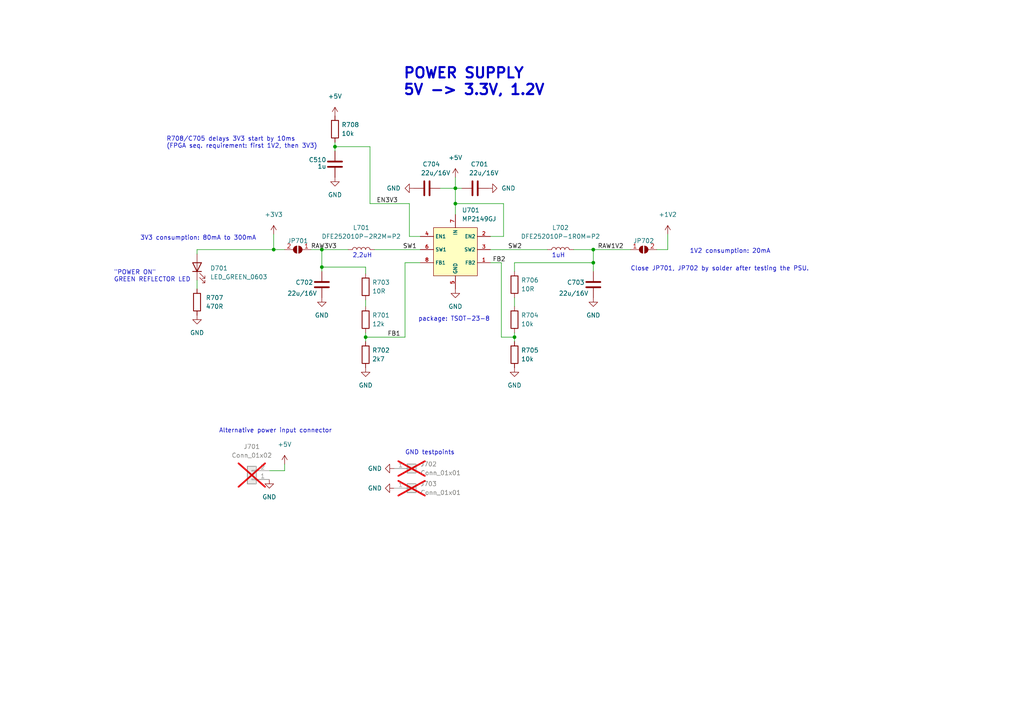
<source format=kicad_sch>
(kicad_sch (version 20230121) (generator eeschema)
  (paper "A4")
  (title_block (title "X65-SBC") (date "2023-12-29") (rev "revA1") (company "FOR X65.EU DESIGNED BY JSYKORA.INFO") (comment 1 "Power supplies 3.3V and 1.2V"))
  (lib_symbols
    (symbol "Connector_Generic:Conn_01x01" (pin_names (offset 1.016) hide)
      (property "Reference" "J" (at 0 2.54 0))
      (property "Value" "Conn_01x01" (at 0 -2.54 0))
      (symbol "Conn_01x01_1_1"
        (rectangle (start -1.27 0.127) (end 0 -0.127) (stroke (width 0.1524)))
        (rectangle (start -1.27 1.27) (end 1.27 -1.27) (stroke (width 0.254)) (fill (type background)))
        (pin passive line (at -5.08 0 0) (length 3.81) (name "Pin_1") (number "1"))
      )
    )
    (symbol "Connector_Generic:Conn_01x02" (pin_names (offset 1.016) hide)
      (property "Reference" "J" (at 0 2.54 0))
      (property "Value" "Conn_01x02" (at 0 -5.08 0))
      (symbol "Conn_01x02_1_1"
        (rectangle (start -1.27 -2.413) (end 0 -2.667) (stroke (width 0.1524)))
        (rectangle (start -1.27 0.127) (end 0 -0.127) (stroke (width 0.1524)))
        (rectangle (start -1.27 1.27) (end 1.27 -3.81) (stroke (width 0.254)) (fill (type background)))
        (pin passive line (at -5.08 0 0) (length 3.81) (name "Pin_1") (number "1"))
        (pin passive line (at -5.08 -2.54 0) (length 3.81) (name "Pin_2") (number "2"))
      )
    )
    (symbol "Device:C" (pin_numbers hide) (pin_names (offset 0.254))
      (property "Reference" "C" (at 0.635 2.54 0))
      (property "Value" "C" (at 0.635 -2.54 0))
      (symbol "C_0_1"
        (polyline (pts (xy -2.032 -0.762) (xy 2.032 -0.762)) (stroke (width 0.508)))
        (polyline (pts (xy -2.032 0.762) (xy 2.032 0.762)) (stroke (width 0.508)))
      )
      (symbol "C_1_1"
        (pin passive line (at 0 3.81 270) (length 2.794) (name "~") (number "1"))
        (pin passive line (at 0 -3.81 90) (length 2.794) (name "~") (number "2"))
      )
    )
    (symbol "Device:L" (pin_numbers hide) (pin_names (offset 1.016) hide)
      (property "Reference" "L" (at -1.27 0 90))
      (property "Value" "L" (at 1.905 0 90))
      (symbol "L_0_1"
        (arc (start 0 -2.54) (mid 0.6323 -1.905) (end 0 -1.27))
        (arc (start 0 -1.27) (mid 0.6323 -0.635) (end 0 0))
        (arc (start 0 0) (mid 0.6323 0.635) (end 0 1.27))
        (arc (start 0 1.27) (mid 0.6323 1.905) (end 0 2.54))
      )
      (symbol "L_1_1"
        (pin passive line (at 0 3.81 270) (length 1.27) (name "1") (number "1"))
        (pin passive line (at 0 -3.81 90) (length 1.27) (name "2") (number "2"))
      )
    )
    (symbol "Device:LED" (pin_numbers hide) (pin_names (offset 1.016) hide)
      (property "Reference" "D" (at 0 2.54 0))
      (property "Value" "LED" (at 0 -2.54 0))
      (symbol "LED_0_1"
        (polyline (pts (xy -1.27 -1.27) (xy -1.27 1.27)) (stroke (width 0.254)))
        (polyline (pts (xy -1.27 0) (xy 1.27 0)))
        (polyline (pts (xy 1.27 -1.27) (xy 1.27 1.27) (xy -1.27 0) (xy 1.27 -1.27)) (stroke (width 0.254)))
        (polyline (pts (xy -3.048 -0.762) (xy -4.572 -2.286) (xy -3.81 -2.286) (xy -4.572 -2.286) (xy -4.572 -1.524)))
        (polyline (pts (xy -1.778 -0.762) (xy -3.302 -2.286) (xy -2.54 -2.286) (xy -3.302 -2.286) (xy -3.302 -1.524)))
      )
      (symbol "LED_1_1"
        (pin passive line (at -3.81 0 0) (length 2.54) (name "K") (number "1"))
        (pin passive line (at 3.81 0 180) (length 2.54) (name "A") (number "2"))
      )
    )
    (symbol "Device:R" (pin_numbers hide) (pin_names (offset 0))
      (property "Reference" "R" (at 2.032 0 90))
      (property "Value" "R" (at 0 0 90))
      (symbol "R_0_1"
        (rectangle (start -1.016 -2.54) (end 1.016 2.54) (stroke (width 0.254)))
      )
      (symbol "R_1_1"
        (pin passive line (at 0 3.81 270) (length 1.27) (name "~") (number "1"))
        (pin passive line (at 0 -3.81 90) (length 1.27) (name "~") (number "2"))
      )
    )
    (symbol "Jumper:SolderJumper_2_Open" (pin_names (offset 0) hide)
      (property "Reference" "JP" (at 0 2.032 0))
      (property "Value" "SolderJumper_2_Open" (at 0 -2.54 0))
      (symbol "SolderJumper_2_Open_0_1"
        (arc (start -0.254 1.016) (mid -1.2656 0) (end -0.254 -1.016))
        (arc (start -0.254 1.016) (mid -1.2656 0) (end -0.254 -1.016) (fill (type outline)))
        (polyline (pts (xy -0.254 1.016) (xy -0.254 -1.016)))
        (polyline (pts (xy 0.254 1.016) (xy 0.254 -1.016)))
        (arc (start 0.254 -1.016) (mid 1.2656 0) (end 0.254 1.016))
        (arc (start 0.254 -1.016) (mid 1.2656 0) (end 0.254 1.016) (fill (type outline)))
      )
      (symbol "SolderJumper_2_Open_1_1"
        (pin passive line (at -3.81 0 0) (length 2.54) (name "A") (number "1"))
        (pin passive line (at 3.81 0 180) (length 2.54) (name "B") (number "2"))
      )
    )
    (symbol "MPS:MP2149GJ"
      (property "Reference" "U" (at 3.81 -1.27 0))
      (property "Value" "MP2149GJ" (at 7.62 -3.81 0))
      (symbol "MP2149GJ_0_1"
        (rectangle (start -6.35 13.97) (end 6.35 0) (fill (type background)))
        (pin input line (at 10.16 3.81 180) (length 3.81) (name "FB2") (number "1"))
        (pin input line (at 10.16 11.43 180) (length 3.81) (name "EN2") (number "2"))
        (pin bidirectional line (at 10.16 7.62 180) (length 3.81) (name "SW2") (number "3"))
        (pin input line (at -10.16 11.43 0) (length 3.81) (name "EN1") (number "4"))
        (pin power_in line (at 0 -3.81 90) (length 3.81) (name "GND") (number "5"))
        (pin bidirectional line (at -10.16 7.62 0) (length 3.81) (name "SW1") (number "6"))
        (pin power_in line (at 0 17.78 270) (length 3.81) (name "IN") (number "7"))
        (pin input line (at -10.16 3.81 0) (length 3.81) (name "FB1") (number "8"))
      )
    )
    (symbol "power:+1V2" (power) (pin_names (offset 0))
      (property "Value" "+1V2" (at 0 3.556 0))
      (symbol "+1V2_0_1"
        (polyline (pts (xy -0.762 1.27) (xy 0 2.54)))
        (polyline (pts (xy 0 0) (xy 0 2.54)))
        (polyline (pts (xy 0 2.54) (xy 0.762 1.27)))
      )
      (symbol "+1V2_1_1"
        (pin power_in line (at 0 0 90) (length 0) hide (name "+1V2") (number "1"))
      )
    )
    (symbol "power:+3V3" (power) (pin_names (offset 0))
      (property "Value" "+3V3" (at 0 3.556 0))
      (symbol "+3V3_0_1"
        (polyline (pts (xy -0.762 1.27) (xy 0 2.54)))
        (polyline (pts (xy 0 0) (xy 0 2.54)))
        (polyline (pts (xy 0 2.54) (xy 0.762 1.27)))
      )
      (symbol "+3V3_1_1"
        (pin power_in line (at 0 0 90) (length 0) hide (name "+3V3") (number "1"))
      )
    )
    (symbol "power:+5V" (power) (pin_names (offset 0))
      (property "Value" "+5V" (at 0 3.556 0))
      (symbol "+5V_0_1"
        (polyline (pts (xy -0.762 1.27) (xy 0 2.54)))
        (polyline (pts (xy 0 0) (xy 0 2.54)))
        (polyline (pts (xy 0 2.54) (xy 0.762 1.27)))
      )
      (symbol "+5V_1_1"
        (pin power_in line (at 0 0 90) (length 0) hide (name "+5V") (number "1"))
      )
    )
    (symbol "power:GND" (power) (pin_names (offset 0))
      (property "Value" "GND" (at 0 -3.81 0))
      (symbol "GND_0_1"
        (polyline (pts (xy 0 0) (xy 0 -1.27) (xy 1.27 -1.27) (xy 0 -2.54) (xy -1.27 -1.27) (xy 0 -1.27)))
      )
      (symbol "GND_1_1"
        (pin power_in line (at 0 0 270) (length 0) hide (name "GND") (number "1"))
      )
    )
  )
  (junction (at 132.08 54.61))
  (junction (at 149.225 97.79))
  (junction (at 106.045 97.79))
  (junction (at 79.375 72.39))
  (junction (at 93.345 72.39))
  (junction (at 97.155 42.545))
  (junction (at 93.345 77.47))
  (junction (at 172.085 72.39))
  (junction (at 132.08 59.055))
  (junction (at 172.085 76.2))
  (wire (pts (xy 166.37 72.39) (xy 172.085 72.39)))
  (wire (pts (xy 149.225 97.79) (xy 149.225 96.52)))
  (wire (pts (xy 132.08 51.435) (xy 132.08 54.61)))
  (wire (pts (xy 106.045 96.52) (xy 106.045 97.79)))
  (wire (pts (xy 106.045 86.995) (xy 106.045 88.9)))
  (wire (pts (xy 142.24 76.2) (xy 145.415 76.2)))
  (wire (pts (xy 106.045 97.79) (xy 106.045 99.06)))
  (wire (pts (xy 132.08 59.055) (xy 132.08 62.23)))
  (wire (pts (xy 90.17 72.39) (xy 93.345 72.39)))
  (wire (pts (xy 117.475 76.2) (xy 117.475 97.79)))
  (wire (pts (xy 93.345 72.39) (xy 93.345 77.47)))
  (wire (pts (xy 82.55 136.525) (xy 82.55 134.62)))
  (wire (pts (xy 146.05 59.055) (xy 132.08 59.055)))
  (wire (pts (xy 149.225 76.2) (xy 149.225 78.74)))
  (wire (pts (xy 97.155 42.545) (xy 97.155 43.815)))
  (wire (pts (xy 79.375 72.39) (xy 57.15 72.39)))
  (wire (pts (xy 149.225 86.36) (xy 149.225 88.9)))
  (wire (pts (xy 82.55 72.39) (xy 79.375 72.39)))
  (wire (pts (xy 146.05 68.58) (xy 146.05 59.055)))
  (wire (pts (xy 117.475 97.79) (xy 106.045 97.79)))
  (wire (pts (xy 78.105 136.525) (xy 82.55 136.525)))
  (wire (pts (xy 118.745 68.58) (xy 121.92 68.58)))
  (wire (pts (xy 193.675 67.945) (xy 193.675 72.39)))
  (wire (pts (xy 127.635 54.61) (xy 132.08 54.61)))
  (wire (pts (xy 93.345 77.47) (xy 106.045 77.47)))
  (wire (pts (xy 172.085 72.39) (xy 172.085 76.2)))
  (wire (pts (xy 57.15 81.28) (xy 57.15 83.82)))
  (wire (pts (xy 100.965 72.39) (xy 93.345 72.39)))
  (wire (pts (xy 172.085 72.39) (xy 182.88 72.39)))
  (wire (pts (xy 193.675 72.39) (xy 190.5 72.39)))
  (wire (pts (xy 121.92 76.2) (xy 117.475 76.2)))
  (wire (pts (xy 149.225 76.2) (xy 172.085 76.2)))
  (wire (pts (xy 93.345 77.47) (xy 93.345 78.74)))
  (wire (pts (xy 149.225 97.79) (xy 149.225 99.06)))
  (wire (pts (xy 107.315 42.545) (xy 97.155 42.545)))
  (wire (pts (xy 107.315 59.055) (xy 107.315 42.545)))
  (wire (pts (xy 132.08 54.61) (xy 133.985 54.61)))
  (wire (pts (xy 142.24 68.58) (xy 146.05 68.58)))
  (wire (pts (xy 145.415 97.79) (xy 149.225 97.79)))
  (wire (pts (xy 118.745 68.58) (xy 118.745 59.055)))
  (wire (pts (xy 79.375 67.945) (xy 79.375 72.39)))
  (wire (pts (xy 142.24 72.39) (xy 158.75 72.39)))
  (wire (pts (xy 145.415 76.2) (xy 145.415 97.79)))
  (wire (pts (xy 97.155 41.275) (xy 97.155 42.545)))
  (wire (pts (xy 118.745 59.055) (xy 107.315 59.055)))
  (wire (pts (xy 57.15 72.39) (xy 57.15 73.66)))
  (wire (pts (xy 172.085 76.2) (xy 172.085 78.74)))
  (wire (pts (xy 106.045 77.47) (xy 106.045 79.375)))
  (wire (pts (xy 132.08 54.61) (xy 132.08 59.055)))
  (wire (pts (xy 108.585 72.39) (xy 121.92 72.39)))
  (text "1uH" (at 160.02 74.93 0) (effects (font (size 1.27 1.27)) (justify left bottom)))
  (text "2,2uH" (at 102.235 74.93 0) (effects (font (size 1.27 1.27)) (justify left bottom)))
  (text "\"POWER ON\"\nGREEN REFLECTOR LED" (at 33.02 81.915 0) (effects (font (size 1.27 1.27)) (justify left bottom)))
  (text "POWER SUPPLY\n5V -> 3.3V, 1.2V" (at 116.84 27.94 0) (effects (font (size 3 3) (thickness 0.6) bold) (justify left bottom)))
  (text "1V2 consumption: 20mA" (at 200.025 73.66 0) (effects (font (size 1.27 1.27)) (justify left bottom)))
  (text "GND testpoints" (at 117.475 132.08 0) (effects (font (size 1.27 1.27)) (justify left bottom)))
  (text "package: TSOT-23-8" (at 121.285 93.345 0) (effects (font (size 1.27 1.27)) (justify left bottom)))
  (text "Close JP701, JP702 by solder after testing the PSU." (at 182.88 78.74 0) (effects (font (size 1.27 1.27)) (justify left bottom)))
  (text "Alternative power input connector" (at 63.5 125.73 0) (effects (font (size 1.27 1.27)) (justify left bottom)))
  (text "R708/C705 delays 3V3 start by 10ms\n(FPGA seq. requirement: first 1V2, then 3V3)" (at 48.26 43.18 0) (effects (font (size 1.27 1.27)) (justify left bottom)))
  (text "3V3 consumption: 80mA to 300mA" (at 40.64 69.85 0) (effects (font (size 1.27 1.27)) (justify left bottom)))
  (label "RAW1V2" (at 173.355 72.39 0))
  (label "SW2" (at 147.32 72.39 0))
  (label "RAW3V3" (at 90.17 72.39 0))
  (label "SW1" (at 116.84 72.39 0))
  (label "FB1" (at 112.395 97.79 0))
  (label "FB2" (at 142.875 76.2 0))
  (label "EN3V3" (at 109.22 59.055 0))
  (symbol (lib_id "Connector_Generic:Conn_01x02") (at 73.025 139.065 180) (unit 1) (in_bom no) (dnp yes)
    (property "Reference" "J701" (at 73.025 129.54 0))
    (property "Value" "Conn_01x02" (at 73.025 132.08 0))
    (property "Footprint" "Connector_PinHeader_2.54mm:PinHeader_1x02_P2.54mm_Vertical" (effects hide))
  )
  (symbol (lib_id "Device:R") (at 57.15 87.63 0) (unit 1)
    (property "Reference" "R707" (at 59.69 86.3599 0) (effects (justify left)))
    (property "Value" "470R" (at 59.69 88.8999 0) (effects (justify left)))
    (property "Footprint" "Resistor_SMD:R_0603_1608Metric_Pad0.98x0.95mm_HandSolder" (effects hide))
  )
  (symbol (lib_id "power:GND") (at 106.045 106.68 0) (unit 1)
    (property "Reference" "#PWR0705" (effects hide))
    (property "Value" "GND" (at 106.045 111.76 0))
  )
  (symbol (lib_id "power:GND") (at 172.085 86.36 0) (unit 1)
    (property "Reference" "#PWR0708" (effects hide))
    (property "Value" "GND" (at 172.085 91.44 0))
  )
  (symbol (lib_id "power:GND") (at 120.015 54.61 270) (unit 1)
    (property "Reference" "#PWR0715" (effects hide))
    (property "Value" "GND" (at 116.205 54.61 90) (effects (justify right)))
  )
  (symbol (lib_id "Device:C") (at 97.155 47.625 0) (unit 1)
    (property "Reference" "C510" (at 89.535 46.355 0) (effects (justify left)))
    (property "Value" "1u" (at 92.075 48.26 0) (effects (justify left)))
    (property "Footprint" "Capacitor_SMD:C_0603_1608Metric_Pad1.08x0.95mm_HandSolder" (effects hide))
    (instances (project "x65-sbc-revA1" (path "" (reference "C510") (unit 1)) (path "" (reference "C705") (unit 1))))
  )
  (symbol (lib_id "Device:C") (at 93.345 82.55 180) (unit 1)
    (property "Reference" "C702" (at 88.265 81.915 0))
    (property "Value" "22u/16V" (at 87.63 85.09 0))
    (property "Footprint" "Capacitor_SMD:C_0805_2012Metric_Pad1.18x1.45mm_HandSolder" (effects hide))
  )
  (symbol (lib_id "power:GND") (at 93.345 86.36 0) (unit 1)
    (property "Reference" "#PWR0704" (effects hide))
    (property "Value" "GND" (at 93.345 91.44 0))
  )
  (symbol (lib_id "power:+3V3") (at 79.375 67.945 0) (unit 1)
    (property "Reference" "#PWR0706" (effects hide))
    (property "Value" "+3V3" (at 79.375 62.23 0))
  )
  (symbol (lib_id "MPS:MP2149GJ") (at 132.08 80.01 0) (unit 1)
    (property "Reference" "U701" (at 133.9597 60.96 0) (effects (justify left)))
    (property "Value" "MP2149GJ" (at 133.9597 63.5 0) (effects (justify left)))
    (property "Footprint" "Package_TO_SOT_SMD:TSOT-23-8_HandSoldering" (effects hide))
  )
  (symbol (lib_id "Device:C") (at 123.825 54.61 90) (unit 1)
    (property "Reference" "C704" (at 125.095 47.625 90))
    (property "Value" "22u/16V" (at 126.365 50.165 90))
    (property "Footprint" "Capacitor_SMD:C_0805_2012Metric_Pad1.18x1.45mm_HandSolder" (effects hide))
  )
  (symbol (lib_id "Device:R") (at 106.045 102.87 0) (unit 1)
    (property "Reference" "R702" (at 107.95 101.6 0) (effects (justify left)))
    (property "Value" "2k7" (at 107.95 104.14 0) (effects (justify left)))
    (property "Footprint" "Resistor_SMD:R_0603_1608Metric_Pad0.98x0.95mm_HandSolder" (effects hide))
  )
  (symbol (lib_id "Jumper:SolderJumper_2_Open") (at 186.69 72.39 0) (unit 1) (in_bom no)
    (property "Reference" "JP702" (at 186.69 69.85 0))
    (property "Value" "SolderJumper_2_Bridged" (effects hide))
    (property "Footprint" "Jumper:SolderJumper-2_P1.3mm_Open_RoundedPad1.0x1.5mm" (effects hide))
  )
  (symbol (lib_id "Connector_Generic:Conn_01x01") (at 119.38 135.89 0) (unit 1) (in_bom no) (dnp yes)
    (property "Reference" "J702" (at 121.92 134.6199 0) (effects (justify left)))
    (property "Value" "Conn_01x01" (at 121.92 137.1599 0) (effects (justify left)))
    (property "Footprint" "Connector_PinHeader_2.54mm:PinHeader_1x01_P2.54mm_Vertical" (effects hide))
  )
  (symbol (lib_id "power:GND") (at 114.3 135.89 270) (unit 1)
    (property "Reference" "#PWR0713" (effects hide))
    (property "Value" "GND" (at 106.68 135.89 90) (effects (justify left)))
  )
  (symbol (lib_id "Device:LED") (at 57.15 77.47 90) (unit 1)
    (property "Reference" "D701" (at 60.96 77.7874 90) (effects (justify right)))
    (property "Value" "LED_GREEN_0603" (at 60.96 80.3274 90) (effects (justify right)))
    (property "Footprint" "LED_SMD:LED_0603_1608Metric_Pad1.05x0.95mm_HandSolder" (effects hide))
  )
  (symbol (lib_id "power:GND") (at 141.605 54.61 90) (unit 1)
    (property "Reference" "#PWR0703" (effects hide))
    (property "Value" "GND" (at 145.415 54.6099 90) (effects (justify right)))
  )
  (symbol (lib_id "Device:R") (at 106.045 83.185 0) (unit 1)
    (property "Reference" "R703" (at 107.95 81.9149 0) (effects (justify left)))
    (property "Value" "10R" (at 107.95 84.4549 0) (effects (justify left)))
    (property "Footprint" "Resistor_SMD:R_0603_1608Metric_Pad0.98x0.95mm_HandSolder" (effects hide))
  )
  (symbol (lib_id "Jumper:SolderJumper_2_Open") (at 86.36 72.39 180) (unit 1) (in_bom no)
    (property "Reference" "JP701" (at 86.36 69.85 0))
    (property "Value" "SolderJumper_2_Bridged" (effects hide))
    (property "Footprint" "Jumper:SolderJumper-2_P1.3mm_Open_RoundedPad1.0x1.5mm" (effects hide))
  )
  (symbol (lib_id "Device:R") (at 149.225 92.71 0) (unit 1)
    (property "Reference" "R704" (at 151.13 91.44 0) (effects (justify left)))
    (property "Value" "10k" (at 151.13 93.98 0) (effects (justify left)))
    (property "Footprint" "Resistor_SMD:R_0603_1608Metric_Pad0.98x0.95mm_HandSolder" (effects hide))
  )
  (symbol (lib_id "power:GND") (at 149.225 106.68 0) (unit 1)
    (property "Reference" "#PWR0707" (effects hide))
    (property "Value" "GND" (at 149.225 111.76 0))
  )
  (symbol (lib_id "power:GND") (at 114.3 141.605 270) (unit 1)
    (property "Reference" "#PWR0714" (effects hide))
    (property "Value" "GND" (at 106.68 141.605 90) (effects (justify left)))
  )
  (symbol (lib_id "power:GND") (at 132.08 83.82 0) (unit 1)
    (property "Reference" "#PWR0702" (effects hide))
    (property "Value" "GND" (at 132.08 88.9 0))
  )
  (symbol (lib_id "Device:R") (at 97.155 37.465 0) (unit 1)
    (property "Reference" "R708" (at 99.06 36.195 0) (effects (justify left)))
    (property "Value" "10k" (at 99.06 38.735 0) (effects (justify left)))
    (property "Footprint" "Resistor_SMD:R_0603_1608Metric_Pad0.98x0.95mm_HandSolder" (effects hide))
  )
  (symbol (lib_id "Device:C") (at 137.795 54.61 90) (unit 1)
    (property "Reference" "C701" (at 139.065 47.625 90))
    (property "Value" "22u/16V" (at 140.335 50.165 90))
    (property "Footprint" "Capacitor_SMD:C_0805_2012Metric_Pad1.18x1.45mm_HandSolder" (effects hide))
  )
  (symbol (lib_id "power:GND") (at 97.155 51.435 0) (unit 1)
    (property "Reference" "#PWR0716" (effects hide))
    (property "Value" "GND" (at 97.155 56.515 0))
  )
  (symbol (lib_id "power:+5V") (at 97.155 33.655 0) (unit 1)
    (property "Reference" "#PWR0717" (effects hide))
    (property "Value" "+5V" (at 97.155 27.94 0))
  )
  (symbol (lib_id "Device:C") (at 172.085 82.55 180) (unit 1)
    (property "Reference" "C703" (at 167.005 81.915 0))
    (property "Value" "22u/16V" (at 166.37 85.09 0))
    (property "Footprint" "Capacitor_SMD:C_0805_2012Metric_Pad1.18x1.45mm_HandSolder" (effects hide))
  )
  (symbol (lib_id "Device:R") (at 106.045 92.71 0) (unit 1)
    (property "Reference" "R701" (at 107.95 91.44 0) (effects (justify left)))
    (property "Value" "12k" (at 107.95 93.98 0) (effects (justify left)))
    (property "Footprint" "Resistor_SMD:R_0603_1608Metric_Pad0.98x0.95mm_HandSolder" (effects hide))
  )
  (symbol (lib_id "power:+5V") (at 132.08 51.435 0) (unit 1)
    (property "Reference" "#PWR0701" (effects hide))
    (property "Value" "+5V" (at 132.08 45.72 0))
  )
  (symbol (lib_id "power:GND") (at 78.105 139.065 0) (unit 1)
    (property "Reference" "#PWR0711" (effects hide))
    (property "Value" "GND" (at 78.105 144.145 0))
  )
  (symbol (lib_id "Device:R") (at 149.225 102.87 0) (unit 1)
    (property "Reference" "R705" (at 151.13 101.6 0) (effects (justify left)))
    (property "Value" "10k" (at 151.13 104.14 0) (effects (justify left)))
    (property "Footprint" "Resistor_SMD:R_0603_1608Metric_Pad0.98x0.95mm_HandSolder" (effects hide))
  )
  (symbol (lib_id "power:+1V2") (at 193.675 67.945 0) (unit 1)
    (property "Reference" "#PWR0709" (effects hide))
    (property "Value" "+1V2" (at 193.675 62.23 0))
  )
  (symbol (lib_id "Connector_Generic:Conn_01x01") (at 119.38 141.605 0) (unit 1) (in_bom no) (dnp yes)
    (property "Reference" "J703" (at 121.92 140.3349 0) (effects (justify left)))
    (property "Value" "Conn_01x01" (at 121.92 142.8749 0) (effects (justify left)))
    (property "Footprint" "Connector_PinHeader_2.54mm:PinHeader_1x01_P2.54mm_Vertical" (effects hide))
  )
  (symbol (lib_id "power:+5V") (at 82.55 134.62 0) (unit 1)
    (property "Reference" "#PWR0712" (effects hide))
    (property "Value" "+5V" (at 82.55 128.905 0))
  )
  (symbol (lib_id "Device:L") (at 104.775 72.39 90) (unit 1)
    (property "Reference" "L701" (at 104.775 66.04 90))
    (property "Value" "DFE252010P-2R2M=P2" (at 104.775 68.58 90))
    (property "Footprint" "Inductor_SMD:L_1008_2520Metric_Pad1.43x2.20mm_HandSolder" (effects hide))
  )
  (symbol (lib_id "power:GND") (at 57.15 91.44 0) (unit 1)
    (property "Reference" "#PWR0710" (effects hide))
    (property "Value" "GND" (at 57.15 96.52 0))
  )
  (symbol (lib_id "Device:L") (at 162.56 72.39 90) (unit 1)
    (property "Reference" "L702" (at 162.56 66.04 90))
    (property "Value" "DFE252010P-1R0M=P2" (at 162.56 68.58 90))
    (property "Footprint" "Inductor_SMD:L_1008_2520Metric_Pad1.43x2.20mm_HandSolder" (effects hide))
  )
  (symbol (lib_id "Device:R") (at 149.225 82.55 0) (unit 1)
    (property "Reference" "R706" (at 151.13 81.2799 0) (effects (justify left)))
    (property "Value" "10R" (at 151.13 83.8199 0) (effects (justify left)))
    (property "Footprint" "Resistor_SMD:R_0603_1608Metric_Pad0.98x0.95mm_HandSolder" (effects hide))
  )
)
</source>
